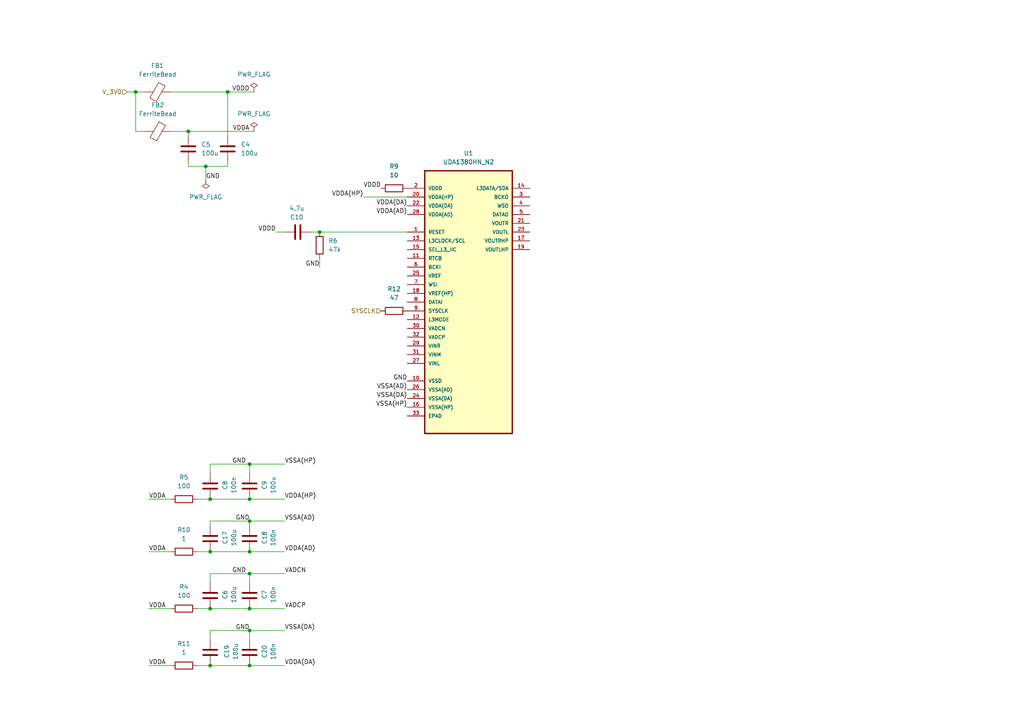
<source format=kicad_sch>
(kicad_sch (version 20231120) (generator "eeschema") (generator_version "8.0")
  (paper "A4")
  (lib_symbols
    (symbol "Device:C" (pin_numbers hide) (pin_names (offset 0.254))
      (property "Reference" "C" (at 0.635 2.54 0))
      (property "Value" "C" (at 0.635 -2.54 0))
      (symbol "C_0_1"
        (polyline (pts (xy -2.032 -0.762) (xy 2.032 -0.762)) (stroke (width 0.508)))
        (polyline (pts (xy -2.032 0.762) (xy 2.032 0.762)) (stroke (width 0.508)))
      )
      (symbol "C_1_1"
        (pin passive line (at 0 3.81 270) (length 2.794) (name "~") (number "1"))
        (pin passive line (at 0 -3.81 90) (length 2.794) (name "~") (number "2"))
      )
    )
    (symbol "Device:FerriteBead" (pin_numbers hide) (pin_names (offset 0))
      (property "Reference" "FB" (at -3.81 0.635 90))
      (property "Value" "FerriteBead" (at 3.81 0 90))
      (symbol "FerriteBead_0_1"
        (polyline (pts (xy 0 -1.27) (xy 0 -1.2192)))
        (polyline (pts (xy 0 1.27) (xy 0 1.2954)))
        (polyline (pts (xy -2.7686 0.4064) (xy -1.7018 2.2606) (xy 2.7686 -0.3048) (xy 1.6764 -2.159) (xy -2.7686 0.4064)))
      )
      (symbol "FerriteBead_1_1"
        (pin passive line (at 0 3.81 270) (length 2.54) (name "~") (number "1"))
        (pin passive line (at 0 -3.81 90) (length 2.54) (name "~") (number "2"))
      )
    )
    (symbol "Device:R" (pin_numbers hide) (pin_names (offset 0))
      (property "Reference" "R" (at 2.032 0 90))
      (property "Value" "R" (at 0 0 90))
      (symbol "R_0_1"
        (rectangle (start -1.016 -2.54) (end 1.016 2.54) (stroke (width 0.254)))
      )
      (symbol "R_1_1"
        (pin passive line (at 0 3.81 270) (length 1.27) (name "~") (number "1"))
        (pin passive line (at 0 -3.81 90) (length 1.27) (name "~") (number "2"))
      )
    )
    (symbol "UDA1380HN_N2:UDA1380HN_N2" (pin_names (offset 1.016))
      (property "Reference" "U" (at -5.3681 38.3652 0))
      (property "Value" "UDA1380HN_N2" (at -4.9362 -45.4185 0))
      (symbol "UDA1380HN_N2_0_0"
        (rectangle (start -12.7 -40.64) (end 12.7 35.56) (stroke (width 0.4064)) (fill (type background)))
        (pin input line (at -17.78 17.78 0) (length 5.08) (name "RESET") (number "1"))
        (pin power_in line (at -17.78 -25.4 0) (length 5.08) (name "VSSD") (number "10"))
        (pin input line (at -17.78 10.16 0) (length 5.08) (name "RTCB") (number "11"))
        (pin input line (at -17.78 -7.62 0) (length 5.08) (name "L3MODE") (number "12"))
        (pin input line (at -17.78 15.24 0) (length 5.08) (name "L3CLOCK/SCL") (number "13"))
        (pin bidirectional line (at 17.78 30.48 180) (length 5.08) (name "L3DATA/SDA") (number "14"))
        (pin input line (at -17.78 12.7 0) (length 5.08) (name "SEL_L3_IIC") (number "15"))
        (pin power_in line (at -17.78 -33.02 0) (length 5.08) (name "VSSA(HP)") (number "16"))
        (pin output line (at 17.78 15.24 180) (length 5.08) (name "VOUTRHP") (number "17"))
        (pin input line (at -17.78 0 0) (length 5.08) (name "VREF(HP)") (number "18"))
        (pin output line (at 17.78 12.7 180) (length 5.08) (name "VOUTLHP") (number "19"))
        (pin power_in line (at -17.78 30.48 0) (length 5.08) (name "VDDD") (number "2"))
        (pin power_in line (at -17.78 27.94 0) (length 5.08) (name "VDDA(HP)") (number "20"))
        (pin output line (at 17.78 20.32 180) (length 5.08) (name "VOUTR") (number "21"))
        (pin power_in line (at -17.78 25.4 0) (length 5.08) (name "VDDA(DA)") (number "22"))
        (pin output line (at 17.78 17.78 180) (length 5.08) (name "VOUTL") (number "23"))
        (pin power_in line (at -17.78 -30.48 0) (length 5.08) (name "VSSA(DA)") (number "24"))
        (pin input line (at -17.78 5.08 0) (length 5.08) (name "VREF") (number "25"))
        (pin power_in line (at -17.78 -27.94 0) (length 5.08) (name "VSSA(AD)") (number "26"))
        (pin input line (at -17.78 -20.32 0) (length 5.08) (name "VINL") (number "27"))
        (pin power_in line (at -17.78 22.86 0) (length 5.08) (name "VDDA(AD)") (number "28"))
        (pin input line (at -17.78 -15.24 0) (length 5.08) (name "VINR") (number "29"))
        (pin output line (at 17.78 27.94 180) (length 5.08) (name "BCKO") (number "3"))
        (pin input line (at -17.78 -10.16 0) (length 5.08) (name "VADCN") (number "30"))
        (pin input line (at -17.78 -17.78 0) (length 5.08) (name "VINM") (number "31"))
        (pin input line (at -17.78 -12.7 0) (length 5.08) (name "VADCP") (number "32"))
        (pin passive line (at -17.78 -35.56 0) (length 5.08) (name "EPAD") (number "33"))
        (pin output line (at 17.78 25.4 180) (length 5.08) (name "WSO") (number "4"))
        (pin output line (at 17.78 22.86 180) (length 5.08) (name "DATAO") (number "5"))
        (pin input line (at -17.78 7.62 0) (length 5.08) (name "BCKI") (number "6"))
        (pin input line (at -17.78 2.54 0) (length 5.08) (name "WSI") (number "7"))
        (pin input line (at -17.78 -2.54 0) (length 5.08) (name "DATAI") (number "8"))
        (pin input line (at -17.78 -5.08 0) (length 5.08) (name "SYSCLK") (number "9"))
      )
    )
    (symbol "power:PWR_FLAG" (power) (pin_numbers hide) (pin_names (offset 0) hide)
      (property "Value" "PWR_FLAG" (at 0 3.81 0))
      (symbol "PWR_FLAG_0_0"
        (pin power_out line (at 0 0 90) (length 0) (name "~") (number "1"))
      )
      (symbol "PWR_FLAG_0_1"
        (polyline (pts (xy 0 0) (xy 0 1.27) (xy -1.016 1.905) (xy 0 2.54) (xy 1.016 1.905) (xy 0 1.27)))
      )
    )
  )
  (junction (at 72.39 193.04))
  (junction (at 72.39 151.13))
  (junction (at 60.96 160.02))
  (junction (at 72.39 166.37))
  (junction (at 39.37 26.67))
  (junction (at 54.61 38.1))
  (junction (at 92.71 67.31))
  (junction (at 72.39 176.53))
  (junction (at 60.96 193.04))
  (junction (at 59.69 48.26))
  (junction (at 72.39 182.88))
  (junction (at 72.39 134.62))
  (junction (at 72.39 160.02))
  (junction (at 60.96 176.53))
  (junction (at 60.96 144.78))
  (junction (at 72.39 144.78))
  (junction (at 66.04 26.67))
  (wire (pts (xy 72.39 134.62) (xy 72.39 137.16)))
  (wire (pts (xy 54.61 38.1) (xy 73.66 38.1)))
  (wire (pts (xy 54.61 46.99) (xy 54.61 48.26)))
  (wire (pts (xy 39.37 26.67) (xy 41.91 26.67)))
  (wire (pts (xy 60.96 166.37) (xy 60.96 168.91)))
  (wire (pts (xy 43.18 176.53) (xy 49.53 176.53)))
  (wire (pts (xy 60.96 160.02) (xy 72.39 160.02)))
  (wire (pts (xy 39.37 38.1) (xy 41.91 38.1)))
  (wire (pts (xy 72.39 151.13) (xy 82.55 151.13)))
  (wire (pts (xy 105.41 57.15) (xy 118.11 57.15)))
  (wire (pts (xy 60.96 166.37) (xy 72.39 166.37)))
  (wire (pts (xy 57.15 193.04) (xy 60.96 193.04)))
  (wire (pts (xy 72.39 182.88) (xy 60.96 182.88)))
  (wire (pts (xy 54.61 48.26) (xy 59.69 48.26)))
  (wire (pts (xy 57.15 160.02) (xy 60.96 160.02)))
  (wire (pts (xy 66.04 26.67) (xy 66.04 39.37)))
  (wire (pts (xy 60.96 134.62) (xy 72.39 134.62)))
  (wire (pts (xy 60.96 151.13) (xy 60.96 152.4)))
  (wire (pts (xy 57.15 176.53) (xy 60.96 176.53)))
  (wire (pts (xy 66.04 46.99) (xy 66.04 48.26)))
  (wire (pts (xy 80.01 67.31) (xy 82.55 67.31)))
  (wire (pts (xy 59.69 48.26) (xy 66.04 48.26)))
  (wire (pts (xy 60.96 176.53) (xy 72.39 176.53)))
  (wire (pts (xy 43.18 193.04) (xy 49.53 193.04)))
  (wire (pts (xy 60.96 144.78) (xy 72.39 144.78)))
  (wire (pts (xy 66.04 26.67) (xy 73.66 26.67)))
  (wire (pts (xy 39.37 26.67) (xy 39.37 38.1)))
  (wire (pts (xy 43.18 160.02) (xy 49.53 160.02)))
  (wire (pts (xy 54.61 38.1) (xy 54.61 39.37)))
  (wire (pts (xy 60.96 193.04) (xy 72.39 193.04)))
  (wire (pts (xy 72.39 176.53) (xy 82.55 176.53)))
  (wire (pts (xy 59.69 52.07) (xy 59.69 48.26)))
  (wire (pts (xy 90.17 67.31) (xy 92.71 67.31)))
  (wire (pts (xy 82.55 166.37) (xy 72.39 166.37)))
  (wire (pts (xy 60.96 182.88) (xy 60.96 185.42)))
  (wire (pts (xy 43.18 144.78) (xy 49.53 144.78)))
  (wire (pts (xy 92.71 67.31) (xy 118.11 67.31)))
  (wire (pts (xy 72.39 134.62) (xy 82.55 134.62)))
  (wire (pts (xy 72.39 182.88) (xy 72.39 185.42)))
  (wire (pts (xy 49.53 26.67) (xy 66.04 26.67)))
  (wire (pts (xy 72.39 166.37) (xy 72.39 168.91)))
  (wire (pts (xy 72.39 182.88) (xy 82.55 182.88)))
  (wire (pts (xy 72.39 193.04) (xy 82.55 193.04)))
  (wire (pts (xy 36.83 26.67) (xy 39.37 26.67)))
  (wire (pts (xy 72.39 144.78) (xy 82.55 144.78)))
  (wire (pts (xy 49.53 38.1) (xy 54.61 38.1)))
  (wire (pts (xy 57.15 144.78) (xy 60.96 144.78)))
  (wire (pts (xy 72.39 151.13) (xy 60.96 151.13)))
  (wire (pts (xy 72.39 160.02) (xy 82.55 160.02)))
  (wire (pts (xy 72.39 151.13) (xy 72.39 152.4)))
  (wire (pts (xy 92.71 77.47) (xy 92.71 74.93)))
  (wire (pts (xy 60.96 134.62) (xy 60.96 137.16)))
  (label "VDDA" (at 43.18 193.04 0))
  (label "VSSA(DA)" (at 82.55 182.88 0))
  (label "VDDA(HP)" (at 105.41 57.15 180))
  (label "VADCP" (at 82.55 176.53 0))
  (label "VDDA(DA)" (at 82.55 193.04 0))
  (label "VDDA(HP)" (at 82.55 144.78 0))
  (label "VSSA(DA)" (at 118.11 115.57 180))
  (label "VSSA(HP)" (at 82.55 134.62 0))
  (label "VDDA" (at 43.18 144.78 0))
  (label "GND" (at 67.31 134.62 0))
  (label "VDDD" (at 72.39 26.67 180))
  (label "VDDA" (at 72.39 38.1 180))
  (label "VSSA(AD)" (at 118.11 113.03 180))
  (label "GND" (at 92.71 77.47 180))
  (label "VDDA(DA)" (at 118.11 59.69 180))
  (label "GND" (at 72.39 151.13 180))
  (label "VDDA(AD)" (at 82.55 160.02 0))
  (label "VDDD" (at 110.49 54.61 180))
  (label "VSSA(HP)" (at 118.11 118.11 180))
  (label "VADCN" (at 82.55 166.37 0))
  (label "GND" (at 59.69 52.07 0))
  (label "VDDD" (at 80.01 67.31 180))
  (label "VDDA" (at 43.18 176.53 0))
  (label "VSSA(AD)" (at 82.55 151.13 0))
  (label "GND" (at 118.11 110.49 180))
  (label "VDDA(AD)" (at 118.11 62.23 180))
  (label "VDDA" (at 43.18 160.02 0))
  (label "GND" (at 67.31 166.37 0))
  (label "GND" (at 72.39 182.88 180))
  (hierarchical_label "SYSCLK" (shape input) (at 110.49 90.17 180))
  (hierarchical_label "V_3V0" (shape input) (at 36.83 26.67 180))
  (symbol (lib_id "Device:FerriteBead") (at 45.72 26.67 90) (unit 1)
    (property "Reference" "FB1" (at 45.6692 19.05 90))
    (property "Value" "FerriteBead" (at 45.72 21.59 90))
    (property "Description" "Ferrite bead" (effects (hide yes)))
  )
  (symbol (lib_id "Device:R") (at 114.3 54.61 270) (unit 1)
    (property "Reference" "R9" (at 114.3 48.26 90))
    (property "Value" "10" (at 114.3 50.8 90))
    (property "Description" "Resistor" (effects (hide yes)))
  )
  (symbol (lib_id "Device:C") (at 72.39 172.72 0) (unit 1)
    (property "Reference" "C7" (at 76.708 172.466 90))
    (property "Value" "100n" (at 79.248 172.466 90))
    (property "Description" "Unpolarized capacitor" (effects (hide yes)))
  )
  (symbol (lib_id "Device:R") (at 53.34 160.02 270) (unit 1)
    (property "Reference" "R10" (at 53.34 153.67 90))
    (property "Value" "1" (at 53.34 156.21 90))
    (property "Description" "Resistor" (effects (hide yes)))
  )
  (symbol (lib_id "Device:R") (at 53.34 176.53 90) (unit 1)
    (property "Reference" "R4" (at 53.34 170.18 90))
    (property "Value" "100" (at 53.34 172.72 90))
    (property "Description" "Resistor" (effects (hide yes)))
  )
  (symbol (lib_id "Device:C") (at 72.39 189.23 0) (unit 1)
    (property "Reference" "C20" (at 76.708 188.976 90))
    (property "Value" "100n" (at 79.248 188.976 90))
    (property "Description" "Unpolarized capacitor" (effects (hide yes)))
  )
  (symbol (lib_id "power:PWR_FLAG") (at 73.66 38.1 0) (unit 1)
    (property "Reference" "#FLG07" (effects (hide yes)))
    (property "Value" "PWR_FLAG" (at 73.66 33.02 0))
    (property "Description" "Special symbol for telling ERC where power comes from" (effects (hide yes)))
  )
  (symbol (lib_id "Device:C") (at 66.04 43.18 0) (unit 1)
    (property "Reference" "C4" (at 69.85 41.9099 0) (effects (justify left)))
    (property "Value" "100u" (at 69.85 44.4499 0) (effects (justify left)))
    (property "Description" "Unpolarized capacitor" (effects (hide yes)))
  )
  (symbol (lib_id "UDA1380HN_N2:UDA1380HN_N2") (at 135.89 85.09 0) (unit 1)
    (property "Reference" "U1" (at 135.89 44.45 0))
    (property "Value" "UDA1380HN_N2" (at 135.89 46.99 0))
    (property "Footprint" "UDA1380HN_N2:QFN50P500X500X100-32N" (effects (hide yes)))
  )
  (symbol (lib_id "power:PWR_FLAG") (at 73.66 26.67 0) (unit 1)
    (property "Reference" "#FLG06" (effects (hide yes)))
    (property "Value" "PWR_FLAG" (at 73.66 21.59 0))
    (property "Description" "Special symbol for telling ERC where power comes from" (effects (hide yes)))
  )
  (symbol (lib_id "Device:C") (at 60.96 172.72 0) (unit 1)
    (property "Reference" "C6" (at 65.278 172.466 90))
    (property "Value" "100u" (at 67.818 172.466 90))
    (property "Description" "Unpolarized capacitor" (effects (hide yes)))
  )
  (symbol (lib_id "Device:FerriteBead") (at 45.72 38.1 270) (unit 1)
    (property "Reference" "FB2" (at 45.7708 30.48 90))
    (property "Value" "FerriteBead" (at 45.7708 33.02 90))
    (property "Description" "Ferrite bead" (effects (hide yes)))
  )
  (symbol (lib_id "Device:R") (at 114.3 90.17 270) (unit 1)
    (property "Reference" "R12" (at 114.3 83.82 90))
    (property "Value" "47" (at 114.3 86.36 90))
    (property "Description" "Resistor" (effects (hide yes)))
  )
  (symbol (lib_id "Device:C") (at 72.39 140.97 0) (unit 1)
    (property "Reference" "C9" (at 76.708 140.716 90))
    (property "Value" "100u" (at 79.248 140.716 90))
    (property "Description" "Unpolarized capacitor" (effects (hide yes)))
  )
  (symbol (lib_id "Device:C") (at 72.39 156.21 0) (unit 1)
    (property "Reference" "C18" (at 76.708 155.956 90))
    (property "Value" "100n" (at 79.248 155.956 90))
    (property "Description" "Unpolarized capacitor" (effects (hide yes)))
  )
  (symbol (lib_id "Device:C") (at 60.96 156.21 0) (unit 1)
    (property "Reference" "C17" (at 65.278 155.956 90))
    (property "Value" "100u" (at 67.818 155.956 90))
    (property "Description" "Unpolarized capacitor" (effects (hide yes)))
  )
  (symbol (lib_id "power:PWR_FLAG") (at 59.69 52.07 180) (unit 1)
    (property "Reference" "#FLG08" (effects (hide yes)))
    (property "Value" "PWR_FLAG" (at 59.69 57.15 0))
    (property "Description" "Special symbol for telling ERC where power comes from" (effects (hide yes)))
  )
  (symbol (lib_id "Device:R") (at 53.34 193.04 270) (unit 1)
    (property "Reference" "R11" (at 53.34 186.69 90))
    (property "Value" "1" (at 53.34 189.23 90))
    (property "Description" "Resistor" (effects (hide yes)))
  )
  (symbol (lib_id "Device:C") (at 86.36 67.31 90) (unit 1)
    (property "Reference" "C10" (at 86.106 62.992 90))
    (property "Value" "4.7u" (at 86.106 60.452 90))
    (property "Description" "Unpolarized capacitor" (effects (hide yes)))
  )
  (symbol (lib_id "Device:C") (at 54.61 43.18 0) (unit 1)
    (property "Reference" "C5" (at 58.42 41.9099 0) (effects (justify left)))
    (property "Value" "100u" (at 58.42 44.4499 0) (effects (justify left)))
    (property "Description" "Unpolarized capacitor" (effects (hide yes)))
  )
  (symbol (lib_id "Device:R") (at 53.34 144.78 90) (unit 1)
    (property "Reference" "R5" (at 53.34 138.43 90))
    (property "Value" "100" (at 53.34 140.97 90))
    (property "Description" "Resistor" (effects (hide yes)))
  )
  (symbol (lib_id "Device:R") (at 92.71 71.12 180) (unit 1)
    (property "Reference" "R6" (at 95.25 69.8499 0) (effects (justify right)))
    (property "Value" "47k" (at 95.25 72.3899 0) (effects (justify right)))
    (property "Description" "Resistor" (effects (hide yes)))
  )
  (symbol (lib_id "Device:C") (at 60.96 189.23 0) (unit 1)
    (property "Reference" "C19" (at 65.786 188.976 90))
    (property "Value" "100u" (at 68.326 188.976 90))
    (property "Description" "Unpolarized capacitor" (effects (hide yes)))
  )
  (symbol (lib_id "Device:C") (at 60.96 140.97 0) (unit 1)
    (property "Reference" "C8" (at 65.278 140.716 90))
    (property "Value" "100n" (at 67.818 140.716 90))
    (property "Description" "Unpolarized capacitor" (effects (hide yes)))
  )
)
</source>
